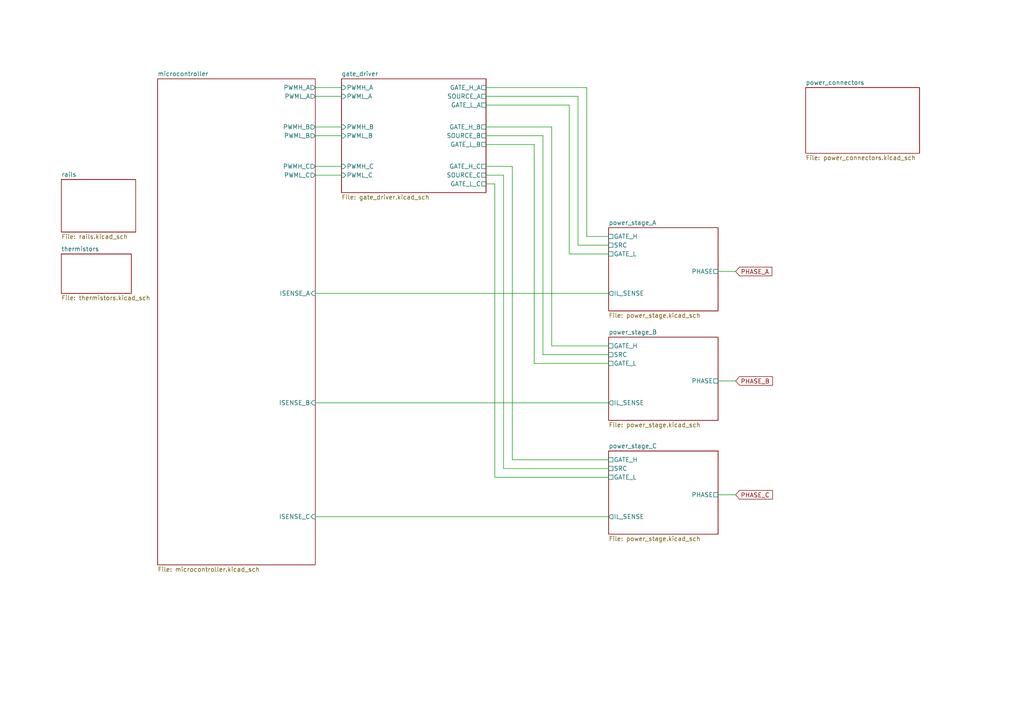
<source format=kicad_sch>
(kicad_sch (version 20211123) (generator eeschema)
  (paper "A4")
  (lib_symbols)
  (wire (pts (xy 143.51 53.34) (xy 140.97 53.34)))
  (wire (pts (xy 208.28 110.49) (xy 213.36 110.49)))
  (wire (pts (xy 167.64 71.12) (xy 167.64 27.94)))
  (wire (pts (xy 176.53 105.41) (xy 154.94 105.41)))
  (wire (pts (xy 91.44 25.4) (xy 99.06 25.4)))
  (wire (pts (xy 208.28 78.74) (xy 213.36 78.74)))
  (wire (pts (xy 140.97 50.8) (xy 146.05 50.8)))
  (wire (pts (xy 154.94 105.41) (xy 154.94 41.91)))
  (wire (pts (xy 165.1 73.66) (xy 176.53 73.66)))
  (wire (pts (xy 140.97 25.4) (xy 170.18 25.4)))
  (wire (pts (xy 160.02 100.33) (xy 160.02 36.83)))
  (wire (pts (xy 148.59 133.35) (xy 148.59 48.26)))
  (wire (pts (xy 160.02 36.83) (xy 140.97 36.83)))
  (wire (pts (xy 91.44 149.86) (xy 176.53 149.86)))
  (wire (pts (xy 91.44 48.26) (xy 99.06 48.26)))
  (wire (pts (xy 170.18 68.58) (xy 176.53 68.58)))
  (wire (pts (xy 176.53 133.35) (xy 148.59 133.35)))
  (wire (pts (xy 208.28 143.51) (xy 213.36 143.51)))
  (wire (pts (xy 91.44 85.09) (xy 176.53 85.09)))
  (wire (pts (xy 146.05 135.89) (xy 176.53 135.89)))
  (wire (pts (xy 176.53 138.43) (xy 143.51 138.43)))
  (wire (pts (xy 91.44 27.94) (xy 99.06 27.94)))
  (wire (pts (xy 91.44 36.83) (xy 99.06 36.83)))
  (wire (pts (xy 157.48 102.87) (xy 176.53 102.87)))
  (wire (pts (xy 176.53 71.12) (xy 167.64 71.12)))
  (wire (pts (xy 91.44 116.84) (xy 176.53 116.84)))
  (wire (pts (xy 140.97 41.91) (xy 154.94 41.91)))
  (wire (pts (xy 143.51 138.43) (xy 143.51 53.34)))
  (wire (pts (xy 176.53 100.33) (xy 160.02 100.33)))
  (wire (pts (xy 140.97 30.48) (xy 165.1 30.48)))
  (wire (pts (xy 140.97 48.26) (xy 148.59 48.26)))
  (wire (pts (xy 91.44 39.37) (xy 99.06 39.37)))
  (wire (pts (xy 167.64 27.94) (xy 140.97 27.94)))
  (wire (pts (xy 91.44 50.8) (xy 99.06 50.8)))
  (wire (pts (xy 146.05 50.8) (xy 146.05 135.89)))
  (wire (pts (xy 140.97 39.37) (xy 157.48 39.37)))
  (wire (pts (xy 170.18 25.4) (xy 170.18 68.58)))
  (wire (pts (xy 165.1 30.48) (xy 165.1 73.66)))
  (wire (pts (xy 157.48 39.37) (xy 157.48 102.87)))
  (global_label "PHASE_B" (shape input) (at 213.36 110.49 0) (property "Intersheet References" "${INTERSHEET_REFS}" (effects hide)))
  (global_label "PHASE_A" (shape input) (at 213.36 78.74 0) (property "Intersheet References" "${INTERSHEET_REFS}" (effects hide)))
  (global_label "PHASE_C" (shape input) (at 213.36 143.51 0) (property "Intersheet References" "${INTERSHEET_REFS}" (effects hide)))
  (sheet (at 99.06 22.86) (size 41.91 33.02) (stroke (width 0.1524))
    (property "Sheet name" "gate_driver" (at 99.06 22.1484 0) (effects (justify left bottom)))
    (property "Sheet file" "gate_driver.kicad_sch" (at 99.06 56.4646 0) (effects (justify left top)))
    (pin "SOURCE_A" passive (at 140.97 27.94 0))
    (pin "GATE_H_B" passive (at 140.97 36.83 0))
    (pin "GATE_H_A" passive (at 140.97 25.4 0))
    (pin "SOURCE_C" passive (at 140.97 50.8 0))
    (pin "SOURCE_B" passive (at 140.97 39.37 0))
    (pin "GATE_H_C" passive (at 140.97 48.26 0))
    (pin "GATE_L_A" passive (at 140.97 30.48 0))
    (pin "PWML_C" input (at 99.06 50.8 180))
    (pin "PWMH_C" input (at 99.06 48.26 180))
    (pin "PWML_A" input (at 99.06 27.94 180))
    (pin "PWMH_A" input (at 99.06 25.4 180))
    (pin "PWMH_B" input (at 99.06 36.83 180))
    (pin "PWML_B" input (at 99.06 39.37 180))
    (pin "GATE_L_C" passive (at 140.97 53.34 0))
    (pin "GATE_L_B" passive (at 140.97 41.91 0))
  )
  (sheet (at 233.68 25.4) (size 33.02 19.05) (stroke (width 0.1524))
    (property "Sheet name" "power_connectors" (at 233.68 24.6884 0) (effects (justify left bottom)))
    (property "Sheet file" "power_connectors.kicad_sch" (at 233.68 45.0346 0) (effects (justify left top)))
  )
  (sheet (at 45.72 22.86) (size 45.72 140.97) (stroke (width 0.1524))
    (property "Sheet name" "microcontroller" (at 45.72 22.1484 0) (effects (justify left bottom)))
    (property "Sheet file" "microcontroller.kicad_sch" (at 45.72 164.4146 0) (effects (justify left top)))
    (pin "ISENSE_A" input (at 91.44 85.09 0))
    (pin "ISENSE_C" input (at 91.44 149.86 0))
    (pin "ISENSE_B" input (at 91.44 116.84 0))
    (pin "PWML_A" output (at 91.44 27.94 0))
    (pin "PWML_B" output (at 91.44 39.37 0))
    (pin "PWML_C" output (at 91.44 50.8 0))
    (pin "PWMH_A" output (at 91.44 25.4 0))
    (pin "PWMH_B" output (at 91.44 36.83 0))
    (pin "PWMH_C" output (at 91.44 48.26 0))
  )
  (sheet (at 176.53 130.81) (size 31.75 24.13) (stroke (width 0.1524))
    (property "Sheet name" "power_stage_C" (at 176.53 130.0984 0) (effects (justify left bottom)))
    (property "Sheet file" "power_stage.kicad_sch" (at 176.53 155.5246 0) (effects (justify left top)))
    (pin "PHASE" passive (at 208.28 143.51 0))
    (pin "IL_SENSE" output (at 176.53 149.86 180))
    (pin "SRC" passive (at 176.53 135.89 180))
    (pin "GATE_H" passive (at 176.53 133.35 180))
    (pin "GATE_L" passive (at 176.53 138.43 180))
  )
  (sheet (at 17.78 52.07) (size 21.59 15.24) (stroke (width 0.1524))
    (property "Sheet name" "rails" (at 17.78 51.3584 0) (effects (justify left bottom)))
    (property "Sheet file" "rails.kicad_sch" (at 17.78 67.8946 0) (effects (justify left top)))
  )
  (sheet (at 176.53 66.04) (size 31.75 24.13) (stroke (width 0.1524))
    (property "Sheet name" "power_stage_A" (at 176.53 65.3284 0) (effects (justify left bottom)))
    (property "Sheet file" "power_stage.kicad_sch" (at 176.53 90.7546 0) (effects (justify left top)))
    (pin "PHASE" passive (at 208.28 78.74 0))
    (pin "IL_SENSE" output (at 176.53 85.09 180))
    (pin "SRC" passive (at 176.53 71.12 180))
    (pin "GATE_H" passive (at 176.53 68.58 180))
    (pin "GATE_L" passive (at 176.53 73.66 180))
  )
  (sheet (at 17.78 73.66) (size 20.32 11.43) (stroke (width 0.1524))
    (property "Sheet name" "thermistors" (at 17.78 72.9484 0) (effects (justify left bottom)))
    (property "Sheet file" "thermistors.kicad_sch" (at 17.78 85.6746 0) (effects (justify left top)))
  )
  (sheet (at 176.53 97.79) (size 31.75 24.13) (stroke (width 0.1524))
    (property "Sheet name" "power_stage_B" (at 176.53 97.0784 0) (effects (justify left bottom)))
    (property "Sheet file" "power_stage.kicad_sch" (at 176.53 122.5046 0) (effects (justify left top)))
    (pin "PHASE" passive (at 208.28 110.49 0))
    (pin "IL_SENSE" output (at 176.53 116.84 180))
    (pin "SRC" passive (at 176.53 102.87 180))
    (pin "GATE_H" passive (at 176.53 100.33 180))
    (pin "GATE_L" passive (at 176.53 105.41 180))
  )
)
</source>
